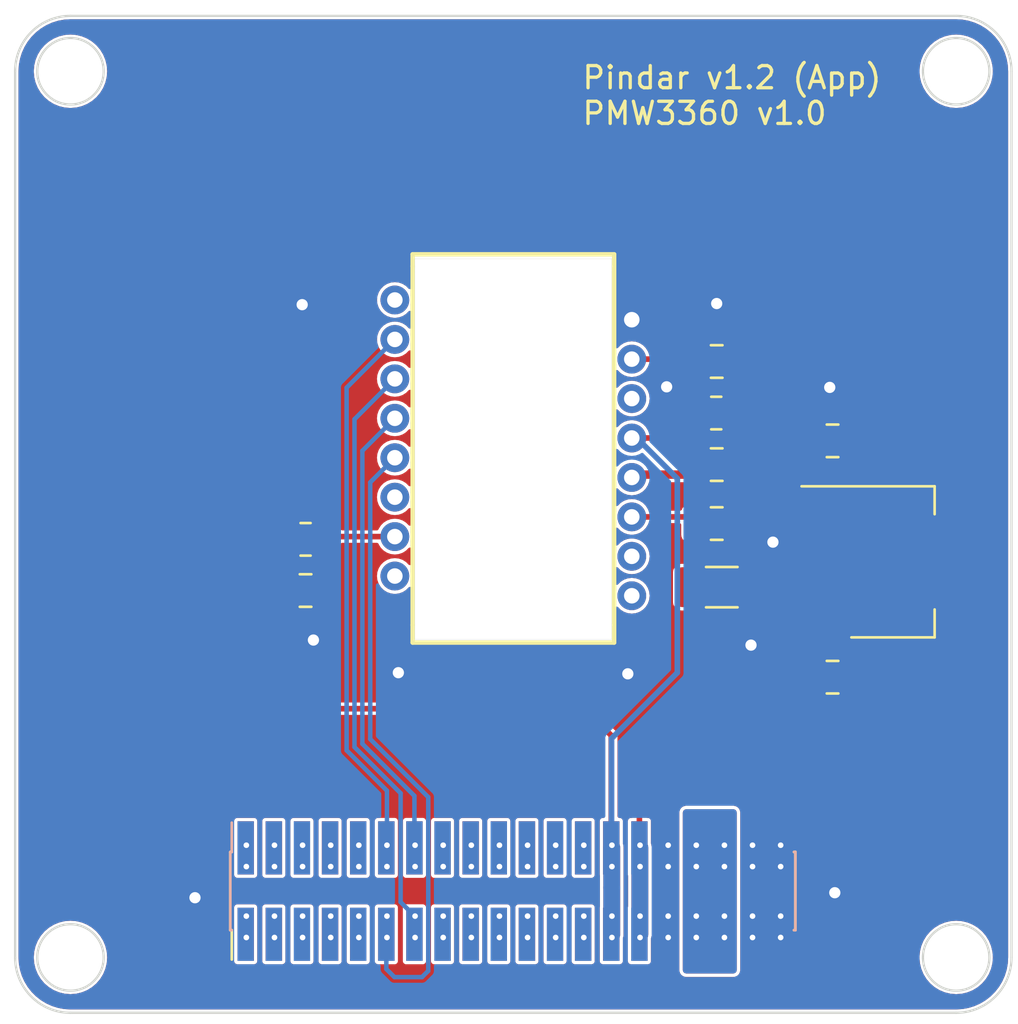
<source format=kicad_pcb>
(kicad_pcb (version 20221018) (generator pcbnew)
  (title_block (date "2023-06-14"))
  (layers (0 "F.Cu" signal) (31 "B.Cu" signal) (34 "B.Paste" user) (35 "F.Paste" user) (36 "B.SilkS" user "B.Silkscreen") (37 "F.SilkS" user "F.Silkscreen") (38 "B.Mask" user) (39 "F.Mask" user) (44 "Edge.Cuts" user))
  (net 0 "")
  (net 1 "+3.3V")
  (net 2 "+5V")
  (net 3 "/SPI_CS")
  (net 4 "/SPI_CLK")
  (net 5 "/SPI_MOSI")
  (net 6 "/SPI_MISO")
  (net 7 "/I2C_CLK")
  (net 8 "Net-(U1-~{RESET})")
  (net 9 "/UART1_Rx")
  (net 10 "/UART1_Tx")
  (net 11 "/UART2_Rx")
  (net 12 "/UART2_Tx")
  (net 13 "/GPIO_1")
  (net 14 "/GPIO_2")
  (net 15 "/GPIO_3")
  (net 16 "/ADC_1")
  (net 17 "/ADC_3")
  (net 18 "/ADC_4")
  (net 19 "/GPIO_4")
  (net 20 "/GPIO_5")
  (net 21 "/ADC_2")
  (net 22 "/I2C_SDA")
  (net 23 "/GPIO_6")
  (net 24 "/GPIO_7")
  (net 25 "/GPIO_8")
  (net 26 "/GPIO_9")
  (net 27 "/GPIO_10")
  (net 28 "GND")
  (net 29 "/+BATT")
  (net 30 "/GPIO_11")
  (net 31 "Net-(U1-VDDPIX)")
  (net 32 "+1V8")
  (net 33 "/LED")
  (net 34 "/GPIO_12")
  (footprint "Capacitor_SMD:C_0805_2012Metric" (layer "F.Cu") (at 87.637 62.5708)
    (fp_text reference "C5" hide)
    (fp_text value "0.1uF")
    (fp_line (start -0.261252 -0.735) (end 0.261252 -0.735) (stroke (width 0.12)) (layer "F.SilkS"))
    (fp_line (start -0.261252 0.735) (end 0.261252 0.735) (stroke (width 0.12)) (layer "F.SilkS"))
    (pad "1" smd roundrect (at -0.95 0) (size 1 1.45) (layers "F.Cu" "F.Paste" "F.Mask") (net 2 "+5V"))
    (pad "2" smd roundrect (at 0.95 0) (size 1 1.45) (layers "F.Cu" "F.Paste" "F.Mask") (net 28 "GND"))
  )
  (footprint "Capacitor_SMD:C_0805_2012Metric" (layer "F.Cu") (at 82.4046 48.3214 180)
    (fp_text reference "C2" hide)
    (fp_text value "0.1uF")
    (fp_line (start -0.261252 -0.735) (end 0.261252 -0.735) (stroke (width 0.12)) (layer "F.SilkS"))
    (fp_line (start -0.261252 0.735) (end 0.261252 0.735) (stroke (width 0.12)) (layer "F.SilkS"))
    (pad "1" smd roundrect (at -0.95 0 180) (size 1 1.45) (layers "F.Cu" "F.Paste" "F.Mask") (net 28 "GND"))
    (pad "2" smd roundrect (at 0.95 0 180) (size 1 1.45) (layers "F.Cu" "F.Paste" "F.Mask") (net 8 "Net-(U1-~{RESET})"))
  )
  (footprint "Capacitor_SMD:C_0805_2012Metric" (layer "F.Cu") (at 63.8372 58.6592)
    (fp_text reference "C4" hide)
    (fp_text value "0.1uF")
    (fp_line (start -0.261252 -0.735) (end 0.261252 -0.735) (stroke (width 0.12)) (layer "F.SilkS"))
    (fp_line (start -0.261252 0.735) (end 0.261252 0.735) (stroke (width 0.12)) (layer "F.SilkS"))
    (pad "1" smd roundrect (at -0.95 0) (size 1 1.45) (layers "F.Cu" "F.Paste" "F.Mask") (net 1 "+3.3V"))
    (pad "2" smd roundrect (at 0.95 0) (size 1 1.45) (layers "F.Cu" "F.Paste" "F.Mask") (net 28 "GND"))
  )
  (footprint "Capacitor_SMD:C_0805_2012Metric" (layer "F.Cu") (at 82.4046 52.975)
    (fp_text reference "C3" hide)
    (fp_text value "0.1uF")
    (fp_line (start -0.261252 -0.735) (end 0.261252 -0.735) (stroke (width 0.12)) (layer "F.SilkS"))
    (fp_line (start -0.261252 0.735) (end 0.261252 0.735) (stroke (width 0.12)) (layer "F.SilkS"))
    (pad "1" smd roundrect (at -0.95 0) (size 1 1.45) (layers "F.Cu" "F.Paste" "F.Mask") (net 32 "+1V8"))
    (pad "2" smd roundrect (at 0.95 0) (size 1 1.45) (layers "F.Cu" "F.Paste" "F.Mask") (net 28 "GND"))
  )
  (footprint "Capacitor_SMD:C_0805_2012Metric" (layer "F.Cu") (at 87.637 51.9028 180)
    (fp_text reference "C6" hide)
    (fp_text value "0.1uF")
    (fp_line (start -0.261252 -0.735) (end 0.261252 -0.735) (stroke (width 0.12)) (layer "F.SilkS"))
    (fp_line (start -0.261252 0.735) (end 0.261252 0.735) (stroke (width 0.12)) (layer "F.SilkS"))
    (pad "1" smd roundrect (at -0.95 0 180) (size 1 1.45) (layers "F.Cu" "F.Paste" "F.Mask") (net 32 "+1V8"))
    (pad "2" smd roundrect (at 0.95 0 180) (size 1 1.45) (layers "F.Cu" "F.Paste" "F.Mask") (net 28 "GND"))
  )
  (footprint "Capacitor_SMD:C_0805_2012Metric" (layer "F.Cu") (at 82.4046 55.6366)
    (fp_text reference "C1" hide)
    (fp_text value "0.1uF")
    (fp_line (start -0.261252 -0.735) (end 0.261252 -0.735) (stroke (width 0.12)) (layer "F.SilkS"))
    (fp_line (start -0.261252 0.735) (end 0.261252 0.735) (stroke (width 0.12)) (layer "F.SilkS"))
    (pad "1" smd roundrect (at -0.95 0) (size 1 1.45) (layers "F.Cu" "F.Paste" "F.Mask") (net 31 "Net-(U1-VDDPIX)"))
    (pad "2" smd roundrect (at 0.95 0) (size 1 1.45) (layers "F.Cu" "F.Paste" "F.Mask") (net 28 "GND"))
  )
  (footprint "Resistor_SMD:R_0805_2012Metric" (layer "F.Cu") (at 63.8391 56.3478)
    (fp_text reference "R3" hide)
    (fp_text value "10k")
    (fp_line (start -0.227064 -0.735) (end 0.227064 -0.735) (stroke (width 0.12)) (layer "F.SilkS"))
    (fp_line (start -0.227064 0.735) (end 0.227064 0.735) (stroke (width 0.12)) (layer "F.SilkS"))
    (pad "1" smd roundrect (at -0.9125 0) (size 1.025 1.4) (layers "F.Cu" "F.Paste" "F.Mask") (roundrect_rratio 0.243902439) (net 1 "+3.3V"))
    (pad "2" smd roundrect (at 0.9125 0) (size 1.025 1.4) (layers "F.Cu" "F.Paste" "F.Mask") (roundrect_rratio 0.243902439) (net 33 "/LED"))
  )
  (footprint "PMW3360:PMW3360DM" (layer "F.Cu") (at 73.22 52.22 180)
    (fp_text reference "U1" hide)
    (fp_text value "PMW3360DM-T2QU" hide)
    (fp_line (start -4.5534 -8.7884) (end -4.5534 -7.9984) (stroke (width 0.2)) (layer "F.SilkS"))
    (fp_line (start -4.5534 -7.9984) (end -4.5534 8.2016) (stroke (width 0.2)) (layer "F.SilkS"))
    (fp_line (start -4.5534 8.2016) (end -4.5534 8.7376) (stroke (width 0.2)) (layer "F.SilkS"))
    (fp_line (start -4.5534 8.7376) (end 4.5466 8.7376) (stroke (width 0.2)) (layer "F.SilkS"))
    (fp_line (start 4.5466 -8.7884) (end -4.5534 -8.7884) (stroke (width 0.2)) (layer "F.SilkS"))
    (fp_line (start 4.5466 -8.7884) (end 4.5466 -7.9984) (stroke (width 0.2)) (layer "F.SilkS"))
    (fp_line (start 4.5466 8.2016) (end 4.5466 -7.9984) (stroke (width 0.2)) (layer "F.SilkS"))
    (fp_line (start 4.5466 8.2016) (end 4.5466 8.7376) (stroke (width 0.2)) (layer "F.SilkS"))
    (fp_line (start -4.445 -8.636) (end -4.445 -8.382) (stroke (width 0.01)) (layer "Edge.Cuts"))
    (fp_line (start -4.445 -8.636) (end 4.445 -8.636) (stroke (width 0.01)) (layer "Edge.Cuts"))
    (fp_line (start -4.445 -8.382) (end -4.445 -7.9375) (stroke (width 0.01)) (layer "Edge.Cuts"))
    (fp_line (start -4.445 7.9375) (end -4.445 -7.9375) (stroke (width 0.01)) (layer "Edge.Cuts"))
    (fp_line (start -4.445 8.5344) (end -4.445 7.9375) (stroke (width 0.01)) (layer "Edge.Cuts"))
    (fp_line (start 4.445 -8.636) (end 4.445 -8.382) (stroke (width 0.01)) (layer "Edge.Cuts"))
    (fp_line (start 4.445 -8.382) (end 4.445 -7.9375) (stroke (width 0.01)) (layer "Edge.Cuts"))
    (fp_line (start 4.445 -7.9375) (end 4.445 7.9375) (stroke (width 0.01)) (layer "Edge.Cuts"))
    (fp_line (start 4.445 7.9375) (end 4.445 8.5344) (stroke (width 0.01)) (layer "Edge.Cuts"))
    (fp_line (start 4.445 8.5344) (end -4.445 8.5344) (stroke (width 0.01)) (layer "Edge.Cuts"))
    (pad "1" thru_hole circle (at -5.35 -6.675 180) (size 1.3 1.3) (drill 0.7) (layers "*.Cu" "*.Mask"))
    (pad "2" thru_hole circle (at -5.35 -4.895 180) (size 1.3 1.3) (drill 0.7) (layers "*.Cu" "*.Mask"))
    (pad "3" thru_hole circle (at -5.35 -3.115 180) (size 1.3 1.3) (drill 0.7) (layers "*.Cu" "*.Mask") (net 31 "Net-(U1-VDDPIX)"))
    (pad "4" thru_hole circle (at -5.35 -1.335 180) (size 1.3 1.3) (drill 0.7) (layers "*.Cu" "*.Mask") (net 32 "+1V8"))
    (pad "5" thru_hole circle (at -5.35 0.445 180) (size 1.3 1.3) (drill 0.7) (layers "*.Cu" "*.Mask") (net 1 "+3.3V"))
    (pad "6" thru_hole circle (at -5.35 2.225 180) (size 1.3 1.3) (drill 0.7) (layers "*.Cu" "*.Mask"))
    (pad "7" thru_hole circle (at -5.35 4.005 180) (size 1.3 1.3) (drill 0.7) (layers "*.Cu" "*.Mask") (net 8 "Net-(U1-~{RESET})"))
    (pad "8" thru_hole circle (at -5.35 5.785 180) (size 1.3 1.3) (drill 0.7) (layers "*.Cu" "*.Mask") (net 28 "GND"))
    (pad "9" thru_hole circle (at 5.35 6.675 180) (size 1.3 1.3) (drill 0.7) (layers "*.Cu" "*.Mask"))
    (pad "10" thru_hole circle (at 5.35 4.895 180) (size 1.3 1.3) (drill 0.7) (layers "*.Cu" "*.Mask") (net 4 "/SPI_CLK"))
    (pad "11" thru_hole circle (at 5.35 3.115 180) (size 1.3 1.3) (drill 0.7) (layers "*.Cu" "*.Mask") (net 5 "/SPI_MOSI"))
    (pad "12" thru_hole circle (at 5.35 1.335 180) (size 1.3 1.3) (drill 0.7) (layers "*.Cu" "*.Mask") (net 6 "/SPI_MISO"))
    (pad "13" thru_hole circle (at 5.35 -0.445 180) (size 1.3 1.3) (drill 0.7) (layers "*.Cu" "*.Mask") (net 3 "/SPI_CS"))
    (pad "14" thru_hole circle (at 5.35 -2.225 180) (size 1.3 1.3) (drill 0.7) (layers "*.Cu" "*.Mask"))
    (pad "15" thru_hole circle (at 5.35 -4.005 180) (size 1.3 1.3) (drill 0.7) (layers "*.Cu" "*.Mask") (net 33 "/LED"))
    (pad "16" thru_hole circle (at 5.35 -5.785 180) (size 1.3 1.3) (drill 0.7) (layers "*.Cu" "*.Mask"))
    (zone (net 0) (net_name "") (layer "F.Cu") (connect_pads (clearance 0)) (min_thickness 0.127)
      (keepout (tracks not_allowed) (vias not_allowed) (pads not_allowed) (copperpour not_allowed) (footprints allowed))
      (fill (thermal_gap 0.508) (thermal_bridge_width 0.508))
      (polygon (pts (xy 77.665 60.1575) (xy 68.775 60.1575) (xy 68.775 44.2825) (xy 77.665 44.2825)))
    )
    (zone (net 0) (net_name "") (layer "B.Cu") (connect_pads (clearance 0)) (min_thickness 0.127)
      (keepout (tracks not_allowed) (vias not_allowed) (pads not_allowed) (copperpour not_allowed) (footprints allowed))
      (fill (thermal_gap 0.508) (thermal_bridge_width 0.508))
      (polygon (pts (xy 77.665 60.1575) (xy 68.775 60.1575) (xy 68.775 44.2825) (xy 77.665 44.2825)))
    )
  )
  (footprint "Connector_PinHeader_1.27mm:PinHeader_2x20_P1.27mm_Vertical_SMD" (layer "F.Cu") (at 73.1996 72.2256 90)
    (fp_text reference "J1" hide)
    (fp_text value "TOP")
    (fp_line (start -3.09 -12.695) (end -1.765 -12.695) (stroke (width 0.12)) (layer "F.SilkS"))
    (fp_line (start -1.765 -12.76) (end -1.765 -12.695) (stroke (width 0.12)) (layer "F.SilkS"))
    (fp_line (start -1.765 -12.76) (end 1.765 -12.76) (stroke (width 0.12)) (layer "F.SilkS"))
    (fp_line (start -1.765 12.695) (end -1.765 12.76) (stroke (width 0.12)) (layer "F.SilkS"))
    (fp_line (start -1.765 12.76) (end 1.765 12.76) (stroke (width 0.12)) (layer "F.SilkS"))
    (fp_line (start 1.765 -12.76) (end 1.765 -12.695) (stroke (width 0.12)) (layer "F.SilkS"))
    (fp_line (start 1.765 12.695) (end 1.765 12.76) (stroke (width 0.12)) (layer "F.SilkS"))
    (pad "1" smd rect (at -1.95 -12.065 90) (size 2.4 0.74) (layers "F.Cu" "F.Paste" "F.Mask") (net 16 "/ADC_1"))
    (pad "2" smd rect (at 1.95 -12.065 90) (size 2.4 0.74) (layers "F.Cu" "F.Paste" "F.Mask") (net 21 "/ADC_2"))
    (pad "3" smd rect (at -1.95 -10.795 90) (size 2.4 0.74) (layers "F.Cu" "F.Paste" "F.Mask") (net 17 "/ADC_3"))
    (pad "4" smd rect (at 1.95 -10.795 90) (size 2.4 0.74) (layers "F.Cu" "F.Paste" "F.Mask") (net 18 "/ADC_4"))
    (pad "5" smd rect (at -1.95 -9.525 90) (size 2.4 0.74) (layers "F.Cu" "F.Paste" "F.Mask") (net 9 "/UART1_Rx"))
    (pad "6" smd rect (at 1.95 -9.525 90) (size 2.4 0.74) (layers "F.Cu" "F.Paste" "F.Mask") (net 10 "/UART1_Tx"))
    (pad "7" smd rect (at -1.95 -8.255 90) (size 2.4 0.74) (layers "F.Cu" "F.Paste" "F.Mask") (net 11 "/UART2_Rx"))
    (pad "8" smd rect (at 1.95 -8.255 90) (size 2.4 0.74) (layers "F.Cu" "F.Paste" "F.Mask") (net 12 "/UART2_Tx"))
    (pad "9" smd rect (at -1.95 -6.985 90) (size 2.4 0.74) (layers "F.Cu" "F.Paste" "F.Mask") (net 22 "/I2C_SDA"))
    (pad "10" smd rect (at 1.95 -6.985 90) (size 2.4 0.74) (layers "F.Cu" "F.Paste" "F.Mask") (net 7 "/I2C_CLK"))
    (pad "11" smd rect (at -1.95 -5.715 90) (size 2.4 0.74) (layers "F.Cu" "F.Paste" "F.Mask") (net 3 "/SPI_CS"))
    (pad "12" smd rect (at 1.95 -5.715 90) (size 2.4 0.74) (layers "F.Cu" "F.Paste" "F.Mask") (net 4 "/SPI_CLK"))
    (pad "13" smd rect (at -1.95 -4.445 90) (size 2.4 0.74) (layers "F.Cu" "F.Paste" "F.Mask") (net 5 "/SPI_MOSI"))
    (pad "14" smd rect (at 1.95 -4.445 90) (size 2.4 0.74) (layers "F.Cu" "F.Paste" "F.Mask") (net 6 "/SPI_MISO"))
    (pad "15" smd rect (at -1.95 -3.175 90) (size 2.4 0.74) (layers "F.Cu" "F.Paste" "F.Mask") (net 13 "/GPIO_1"))
    (pad "16" smd rect (at 1.95 -3.175 90) (size 2.4 0.74) (layers "F.Cu" "F.Paste" "F.Mask") (net 14 "/GPIO_2"))
    (pad "17" smd rect (at -1.95 -1.905 90) (size 2.4 0.74) (layers "F.Cu" "F.Paste" "F.Mask") (net 15 "/GPIO_3"))
    (pad "18" smd rect (at 1.95 -1.905 90) (size 2.4 0.74) (layers "F.Cu" "F.Paste" "F.Mask") (net 19 "/GPIO_4"))
    (pad "19" smd rect (at -1.95 -0.635 90) (size 2.4 0.74) (layers "F.Cu" "F.Paste" "F.Mask") (net 20 "/GPIO_5"))
    (pad "20" smd rect (at 1.95 -0.635 90) (size 2.4 0.74) (layers "F.Cu" "F.Paste" "F.Mask") (net 23 "/GPIO_6"))
    (pad "21" smd rect (at -1.95 0.635 90) (size 2.4 0.74) (layers "F.Cu" "F.Paste" "F.Mask") (net 24 "/GPIO_7"))
    (pad "22" smd rect (at 1.95 0.635 90) (size 2.4 0.74) (layers "F.Cu" "F.Paste" "F.Mask") (net 25 "/GPIO_8"))
    (pad "23" smd rect (at -1.95 1.905 90) (size 2.4 0.74) (layers "F.Cu" "F.Paste" "F.Mask") (net 26 "/GPIO_9"))
    (pad "24" smd rect (at 1.95 1.905 90) (size 2.4 0.74) (layers "F.Cu" "F.Paste" "F.Mask") (net 27 "/GPIO_10"))
    (pad "25" smd rect (at -1.95 3.175 90) (size 2.4 0.74) (layers "F.Cu" "F.Paste" "F.Mask") (net 30 "/GPIO_11"))
    (pad "26" smd rect (at 1.95 3.175 90) (size 2.4 0.74) (layers "F.Cu" "F.Paste" "F.Mask") (net 34 "/GPIO_12"))
    (pad "27" smd rect (at -1.95 4.445 90) (size 2.4 0.74) (layers "F.Cu" "F.Paste" "F.Mask") (net 1 "+3.3V"))
    (pad "28" smd rect (at 1.95 4.445 90) (size 2.4 0.74) (layers "F.Cu" "F.Paste" "F.Mask") (net 1 "+3.3V"))
    (pad "29" smd rect (at -1.95 5.715 90) (size 2.4 0.74) (layers "F.Cu" "F.Paste" "F.Mask") (net 2 "+5V"))
    (pad "30" smd rect (at 1.95 5.715 90) (size 2.4 0.74) (layers "F.Cu" "F.Paste" "F.Mask") (net 2 "+5V"))
    (pad "31" smd rect (at -1.95 6.985 90) (size 2.4 0.74) (layers "F.Cu" "F.Paste" "F.Mask") (net 28 "GND"))
    (pad "32" smd rect (at 1.95 6.985 90) (size 2.4 0.74) (layers "F.Cu" "F.Paste" "F.Mask") (net 28 "GND"))
    (pad "33" smd rect (at -1.95 8.255 90) (size 2.4 0.74) (layers "F.Cu" "F.Paste" "F.Mask") (net 29 "/+BATT"))
    (pad "34" smd rect (at 1.95 8.255 90) (size 2.4 0.74) (layers "F.Cu" "F.Paste" "F.Mask") (net 29 "/+BATT"))
    (pad "35" smd rect (at -1.95 9.525 90) (size 2.4 0.74) (layers "F.Cu" "F.Paste" "F.Mask") (net 29 "/+BATT"))
    (pad "36" smd rect (at 1.95 9.525 90) (size 2.4 0.74) (layers "F.Cu" "F.Paste" "F.Mask") (net 29 "/+BATT"))
    (pad "37" smd rect (at -1.95 10.795 90) (size 2.4 0.74) (layers "F.Cu" "F.Paste" "F.Mask") (net 28 "GND"))
    (pad "38" smd rect (at 1.95 10.795 90) (size 2.4 0.74) (layers "F.Cu" "F.Paste" "F.Mask") (net 28 "GND"))
    (pad "39" smd rect (at -1.95 12.065 90) (size 2.4 0.74) (layers "F.Cu" "F.Paste" "F.Mask") (net 28 "GND"))
    (pad "40" smd rect (at 1.95 12.065 90) (size 2.4 0.74) (layers "F.Cu" "F.Paste" "F.Mask") (net 28 "GND"))
  )
  (footprint "Resistor_SMD:R_0805_2012Metric" (layer "F.Cu") (at 82.3846 50.6482)
    (fp_text reference "R1" hide)
    (fp_text value "10k")
    (fp_line (start -0.227064 -0.735) (end 0.227064 -0.735) (stroke (width 0.12)) (layer "F.SilkS"))
    (fp_line (start -0.227064 0.735) (end 0.227064 0.735) (stroke (width 0.12)) (layer "F.SilkS"))
    (pad "1" smd roundrect (at -0.9125 0) (size 1.025 1.4) (layers "F.Cu" "F.Paste" "F.Mask") (roundrect_rratio 0.243902439) (net 8 "Net-(U1-~{RESET})"))
    (pad "2" smd roundrect (at 0.9125 0) (size 1.025 1.4) (layers "F.Cu" "F.Paste" "F.Mask") (roundrect_rratio 0.243902439) (net 1 "+3.3V"))
  )
  (footprint "Package_TO_SOT_SMD:SOT-223-3_TabPin2" (layer "F.Cu") (at 90.337 57.3638)
    (fp_text reference "U2" hide)
    (fp_text value "AMS1117-1.8")
    (fp_line (start -4.1 -3.41) (end 1.91 -3.41) (stroke (width 0.12)) (layer "F.SilkS"))
    (fp_line (start -1.85 3.41) (end 1.91 3.41) (stroke (width 0.12)) (layer "F.SilkS"))
    (fp_line (start 1.91 -3.41) (end 1.91 -2.15) (stroke (width 0.12)) (layer "F.SilkS"))
    (fp_line (start 1.91 3.41) (end 1.91 2.15) (stroke (width 0.12)) (layer "F.SilkS"))
    (pad "1" smd rect (at -3.15 -2.3) (size 2 1.5) (layers "F.Cu" "F.Paste" "F.Mask") (net 28 "GND"))
    (pad "2" smd rect (at -3.15 0) (size 2 1.5) (layers "F.Cu" "F.Paste" "F.Mask") (net 32 "+1V8"))
    (pad "2" smd rect (at 3.15 0) (size 2 3.8) (layers "F.Cu" "F.Paste" "F.Mask") (net 32 "+1V8"))
    (pad "3" smd rect (at -3.15 2.3) (size 2 1.5) (layers "F.Cu" "F.Paste" "F.Mask") (net 2 "+5V"))
  )
  (footprint "Capacitor_SMD:C_1206_3216Metric" (layer "F.Cu") (at 82.635 58.5068)
    (fp_text reference "C7" hide)
    (fp_text value "4.7uF")
    (fp_line (start -0.711252 -0.91) (end 0.711252 -0.91) (stroke (width 0.12)) (layer "F.SilkS"))
    (fp_line (start -0.711252 0.91) (end 0.711252 0.91) (stroke (width 0.12)) (layer "F.SilkS"))
    (pad "1" smd roundrect (at -1.475 0) (size 1.15 1.8) (layers "F.Cu" "F.Paste" "F.Mask") (roundrect_rratio 0.2173913043) (net 31 "Net-(U1-VDDPIX)"))
    (pad "2" smd roundrect (at 1.475 0) (size 1.15 1.8) (layers "F.Cu" "F.Paste" "F.Mask") (roundrect_rratio 0.2173913043) (net 28 "GND"))
  )
  (footprint "Connector_PinHeader_1.27mm:PinHeader_2x20_P1.27mm_Vertical_SMD" (layer "B.Cu") (at 73.1996 72.2256 -90)
    (fp_text reference "J2" hide)
    (fp_text value "BUTTOM")
    (fp_line (start -3.09 12.695) (end -1.765 12.695) (stroke (width 0.12)) (layer "B.SilkS"))
    (fp_line (start -1.765 -12.76) (end 1.765 -12.76) (stroke (width 0.12)) (layer "B.SilkS"))
    (fp_line (start -1.765 -12.695) (end -1.765 -12.76) (stroke (width 0.12)) (layer "B.SilkS"))
    (fp_line (start -1.765 12.76) (end -1.765 12.695) (stroke (width 0.12)) (layer "B.SilkS"))
    (fp_line (start -1.765 12.76) (end 1.765 12.76) (stroke (width 0.12)) (layer "B.SilkS"))
    (fp_line (start 1.765 -12.695) (end 1.765 -12.76) (stroke (width 0.12)) (layer "B.SilkS"))
    (fp_line (start 1.765 12.76) (end 1.765 12.695) (stroke (width 0.12)) (layer "B.SilkS"))
    (pad "1" smd rect (at -1.95 12.065 270) (size 2.4 0.74) (layers "B.Cu" "B.Paste" "B.Mask") (net 21 "/ADC_2"))
    (pad "2" smd rect (at 1.95 12.065 270) (size 2.4 0.74) (layers "B.Cu" "B.Paste" "B.Mask") (net 16 "/ADC_1"))
    (pad "3" smd rect (at -1.95 10.795 270) (size 2.4 0.74) (layers "B.Cu" "B.Paste" "B.Mask") (net 18 "/ADC_4"))
    (pad "4" smd rect (at 1.95 10.795 270) (size 2.4 0.74) (layers "B.Cu" "B.Paste" "B.Mask") (net 17 "/ADC_3"))
    (pad "5" smd rect (at -1.95 9.525 270) (size 2.4 0.74) (layers "B.Cu" "B.Paste" "B.Mask") (net 10 "/UART1_Tx"))
    (pad "6" smd rect (at 1.95 9.525 270) (size 2.4 0.74) (layers "B.Cu" "B.Paste" "B.Mask") (net 9 "/UART1_Rx"))
    (pad "7" smd rect (at -1.95 8.255 270) (size 2.4 0.74) (layers "B.Cu" "B.Paste" "B.Mask") (net 12 "/UART2_Tx"))
    (pad "8" smd rect (at 1.95 8.255 270) (size 2.4 0.74) (layers "B.Cu" "B.Paste" "B.Mask") (net 11 "/UART2_Rx"))
    (pad "9" smd rect (at -1.95 6.985 270) (size 2.4 0.74) (layers "B.Cu" "B.Paste" "B.Mask") (net 7 "/I2C_CLK"))
    (pad "10" smd rect (at 1.95 6.985 270) (size 2.4 0.74) (layers "B.Cu" "B.Paste" "B.Mask") (net 22 "/I2C_SDA"))
    (pad "11" smd rect (at -1.95 5.715 270) (size 2.4 0.74) (layers "B.Cu" "B.Paste" "B.Mask") (net 4 "/SPI_CLK"))
    (pad "12" smd rect (at 1.95 5.715 270) (size 2.4 0.74) (layers "B.Cu" "B.Paste" "B.Mask") (net 3 "/SPI_CS"))
    (pad "13" smd rect (at -1.95 4.445 270) (size 2.4 0.74) (layers "B.Cu" "B.Paste" "B.Mask") (net 6 "/SPI_MISO"))
    (pad "14" smd rect (at 1.95 4.445 270) (size 2.4 0.74) (layers "B.Cu" "B.Paste" "B.Mask") (net 5 "/SPI_MOSI"))
    (pad "15" smd rect (at -1.95 3.175 270) (size 2.4 0.74) (layers "B.Cu" "B.Paste" "B.Mask") (net 14 "/GPIO_2"))
    (pad "16" smd rect (at 1.95 3.175 270) (size 2.4 0.74) (layers "B.Cu" "B.Paste" "B.Mask") (net 13 "/GPIO_1"))
    (pad "17" smd rect (at -1.95 1.905 270) (size 2.4 0.74) (layers "B.Cu" "B.Paste" "B.Mask") (net 19 "/GPIO_4"))
    (pad "18" smd rect (at 1.95 1.905 270) (size 2.4 0.74) (layers "B.Cu" "B.Paste" "B.Mask") (net 15 "/GPIO_3"))
    (pad "19" smd rect (at -1.95 0.635 270) (size 2.4 0.74) (layers "B.Cu" "B.Paste" "B.Mask") (net 23 "/GPIO_6"))
    (pad "20" smd rect (at 1.95 0.635 270) (size 2.4 0.74) (layers "B.Cu" "B.Paste" "B.Mask") (net 20 "/GPIO_5"))
    (pad "21" smd rect (at -1.95 -0.635 270) (size 2.4 0.74) (layers "B.Cu" "B.Paste" "B.Mask") (net 25 "/GPIO_8"))
    (pad "22" smd rect (at 1.95 -0.635 270) (size 2.4 0.74) (layers "B.Cu" "B.Paste" "B.Mask") (net 24 "/GPIO_7"))
    (pad "23" smd rect (at -1.95 -1.905 270) (size 2.4 0.74) (layers "B.Cu" "B.Paste" "B.Mask") (net 27 "/GPIO_10"))
    (pad "24" smd rect (at 1.95 -1.905 270) (size 2.4 0.74) (layers "B.Cu" "B.Paste" "B.Mask") (net 26 "/GPIO_9"))
    (pad "25" smd rect (at -1.95 -3.175 270) (size 2.4 0.74) (layers "B.Cu" "B.Paste" "B.Mask") (net 34 "/GPIO_12"))
    (pad "26" smd rect (at 1.95 -3.175 270) (size 2.4 0.74) (layers "B.Cu" "B.Paste" "B.Mask") (net 30 "/GPIO_11"))
    (pad "27" smd rect (at -1.95 -4.445 270) (size 2.4 0.74) (layers "B.Cu" "B.Paste" "B.Mask") (net 1 "+3.3V"))
    (pad "28" smd rect (at 1.95 -4.445 270) (size 2.4 0.74) (layers "B.Cu" "B.Paste" "B.Mask") (net 1 "+3.3V"))
    (pad "29" smd rect (at -1.95 -5.715 270) (size 2.4 0.74) (layers "B.Cu" "B.Paste" "B.Mask") (net 2 "+5V"))
    (pad "30" smd rect (at 1.95 -5.715 270) (size 2.4 0.74) (layers "B.Cu" "B.Paste" "B.Mask") (net 2 "+5V"))
    (pad "31" smd rect (at -1.95 -6.985 270) (size 2.4 0.74) (layers "B.Cu" "B.Paste" "B.Mask") (net 28 "GND"))
    (pad "32" smd rect (at 1.95 -6.985 270) (size 2.4 0.74) (layers "B.Cu" "B.Paste" "B.Mask") (net 28 "GND"))
    (pad "33" smd rect (at -1.95 -8.255 270) (size 2.4 0.74) (layers "B.Cu" "B.Paste" "B.Mask") (net 29 "/+BATT"))
    (pad "34" smd rect (at 1.95 -8.255 270) (size 2.4 0.74) (layers "B.Cu" "B.Paste" "B.Mask") (net 29 "/+BATT"))
    (pad "35" smd rect (at -1.95 -9.525 270) (size 2.4 0.74) (layers "B.Cu" "B.Paste" "B.Mask") (net 29 "/+BATT"))
    (pad "36" smd rect (at 1.95 -9.525 270) (size 2.4 0.74) (layers "B.Cu" "B.Paste" "B.Mask") (net 29 "/+BATT"))
    (pad "37" smd rect (at -1.95 -10.795 270) (size 2.4 0.74) (layers "B.Cu" "B.Paste" "B.Mask") (net 28 "GND"))
    (pad "38" smd rect (at 1.95 -10.795 270) (size 2.4 0.74) (layers "B.Cu" "B.Paste" "B.Mask") (net 28 "GND"))
    (pad "39" smd rect (at -1.95 -12.065 270) (size 2.4 0.74) (layers "B.Cu" "B.Paste" "B.Mask") (net 28 "GND"))
    (pad "40" smd rect (at 1.95 -12.065 270) (size 2.4 0.74) (layers "B.Cu" "B.Paste" "B.Mask") (net 28 "GND"))
  )
  (gr_line locked (start 95.72 75.22) (end 95.72 35.22) (stroke (width 0.1)) (layer "Edge.Cuts"))
  (gr_arc locked (start 50.72 35.22) (mid 51.452233 33.452233) (end 53.22 32.72) (stroke (width 0.1)) (layer "Edge.Cuts"))
  (gr_circle locked (center 93.22 75.22) (end 91.72 75.22) (stroke (width 0.1)) (fill none) (layer "Edge.Cuts"))
  (gr_circle locked (center 53.22 35.22) (end 54.72 35.22) (stroke (width 0.1)) (fill none) (layer "Edge.Cuts"))
  (gr_line locked (start 93.22 32.72) (end 53.22 32.72) (stroke (width 0.1)) (layer "Edge.Cuts"))
  (gr_arc locked (start 93.22 32.72) (mid 94.987767 33.452233) (end 95.72 35.22) (stroke (width 0.1)) (layer "Edge.Cuts"))
  (gr_arc locked (start 95.72 75.22) (mid 94.987767 76.987767) (end 93.22 77.72) (stroke (width 0.1)) (layer "Edge.Cuts"))
  (gr_circle locked (center 93.22 35.22) (end 93.22 36.72) (stroke (width 0.1)) (fill none) (layer "Edge.Cuts"))
  (gr_line locked (start 53.22 77.72) (end 93.22 77.72) (stroke (width 0.1)) (layer "Edge.Cuts"))
  (gr_arc locked (start 53.22 77.72) (mid 51.452233 76.987767) (end 50.72 75.22) (stroke (width 0.1)) (layer "Edge.Cuts"))
  (gr_circle locked (center 53.22 75.22) (end 53.22 73.72) (stroke (width 0.1)) (fill none) (layer "Edge.Cuts"))
  (gr_line locked (start 50.72 35.22) (end 50.72 75.22) (stroke (width 0.1)) (layer "Edge.Cuts"))
  (gr_text "Pindar v1.2 (App)\nPMW3360 v1.0" (at 76.2578 37.7042) (layer "F.SilkS") (effects (font (size 1 1)) (justify left bottom)))
  (segment (start 77.6446 65.2022) (end 77.6446 70.2756) (width 0.254) (layer "F.Cu") (net 1))
  (segment (start 83.2971 51.1627) (end 82.6848 51.775) (width 0.254) (layer "F.Cu") (net 1))
  (segment (start 62.8872 58.6592) (end 62.8872 56.3872) (width 0.381) (layer "F.Cu") (net 1))
  (segment (start 62.8872 58.6592) (end 62.8872 61.7986) (width 0.254) (layer "F.Cu") (net 1))
  (segment (start 76.4356 63.9932) (end 77.6446 65.2022) (width 0.254) (layer "F.Cu") (net 1))
  (segment (start 82.6848 51.775) (end 78.57 51.775) (width 0.254) (layer "F.Cu") (net 1))
  (segment (start 83.2971 50.6482) (end 83.2971 51.1627) (width 0.254) (layer "F.Cu") (net 1))
  (segment (start 62.8872 61.7986) (end 65.0818 63.9932) (width 0.254) (layer "F.Cu") (net 1))
  (segment (start 65.0818 63.9932) (end 76.4356 63.9932) (width 0.254) (layer "F.Cu") (net 1))
  (segment (start 77.665 70.27) (end 77.665 74.17) (width 0.762) (layer "F.Cu") (net 1))
  (via (at 77.6732 74.3204) (size 0.508) (drill 0.254) (layers "F.Cu" "B.Cu") (net 1))
  (via (at 77.6732 71.12) (size 0.508) (drill 0.254) (layers "F.Cu" "B.Cu") (net 1))
  (via (at 77.6732 73.3552) (size 0.508) (drill 0.254) (layers "F.Cu" "B.Cu") (net 1))
  (via (at 77.6732 70.1548) (size 0.508) (drill 0.254) (layers "F.Cu" "B.Cu") (net 1))
  (segment (start 80.6266 62.3676) (end 77.6548 65.3394) (width 0.254) (layer "B.Cu") (net 1))
  (segment (start 78.797 51.775) (end 80.6266 53.6046) (width 0.254) (layer "B.Cu") (net 1))
  (segment (start 77.665 70.27) (end 77.665 72.0704) (width 0.762) (layer "B.Cu") (net 1))
  (segment (start 77.665 72.0704) (end 77.665 74.17) (width 0.762) (layer "B.Cu") (net 1))
  (segment (start 78.57 51.775) (end 78.797 51.775) (width 0.254) (layer "B.Cu") (net 1))
  (segment (start 77.6548 72.0602) (end 77.665 72.0704) (width 0.254) (layer "B.Cu") (net 1))
  (segment (start 80.6266 53.6046) (end 80.6266 62.3676) (width 0.254) (layer "B.Cu") (net 1))
  (segment (start 77.6548 65.3394) (end 77.6548 72.0602) (width 0.254) (layer "B.Cu") (net 1))
  (segment (start 86.621 62.5048) (end 86.687 62.5708) (width 0.254) (layer "F.Cu") (net 2))
  (segment (start 78.935 70.27) (end 78.935 74.17) (width 0.762) (layer "F.Cu") (net 2))
  (segment (start 78.9146 70.2756) (end 78.9146 67.5848) (width 0.254) (layer "F.Cu") (net 2))
  (segment (start 83.9286 62.5708) (end 86.687 62.5708) (width 0.254) (layer "F.Cu") (net 2))
  (segment (start 78.9146 67.5848) (end 83.9286 62.5708) (width 0.254) (layer "F.Cu") (net 2))
  (segment (start 86.621 60.2298) (end 86.621 62.5048) (width 0.254) (layer "F.Cu") (net 2))
  (segment (start 87.187 59.6638) (end 86.621 60.2298) (width 0.254) (layer "F.Cu") (net 2))
  (via (at 78.9432 73.3552) (size 0.508) (drill 0.254) (layers "F.Cu" "B.Cu") (net 2))
  (via (at 78.9432 71.12) (size 0.508) (drill 0.254) (layers "F.Cu" "B.Cu") (net 2))
  (via (at 78.9432 70.1548) (size 0.508) (drill 0.254) (layers "F.Cu" "B.Cu") (net 2))
  (via (at 78.9432 74.3204) (size 0.508) (drill 0.254) (layers "F.Cu" "B.Cu") (net 2))
  (segment (start 78.935 70.27) (end 78.935 74.17) (width 0.762) (layer "B.Cu") (net 2))
  (via (at 67.5132 74.3204) (size 0.508) (drill 0.254) (layers "F.Cu" "B.Cu") (net 3))
  (via (at 67.5132 73.3552) (size 0.508) (drill 0.254) (layers "F.Cu" "B.Cu") (net 3))
  (segment (start 69.3786 67.9852) (end 66.7582 65.3648) (width 0.2032) (layer "B.Cu") (net 3))
  (segment (start 67.4846 74.1756) (end 67.4846 75.7432) (width 0.2032) (layer "B.Cu") (net 3))
  (segment (start 67.8504 76.109) (end 69.095 76.109) (width 0.2032) (layer "B.Cu") (net 3))
  (segment (start 66.7582 65.3648) (end 66.7582 53.7768) (width 0.2032) (layer "B.Cu") (net 3))
  (segment (start 69.3786 75.8254) (end 69.3786 67.9852) (width 0.2032) (layer "B.Cu") (net 3))
  (segment (start 69.095 76.109) (end 69.3786 75.8254) (width 0.2032) (layer "B.Cu") (net 3))
  (segment (start 67.4846 75.7432) (end 67.8504 76.109) (width 0.2032) (layer "B.Cu") (net 3))
  (segment (start 66.7582 53.7768) (end 67.87 52.665) (width 0.2032) (layer "B.Cu") (net 3))
  (via (at 67.5132 71.12) (size 0.508) (drill 0.254) (layers "F.Cu" "B.Cu") (net 4))
  (via (at 67.5132 70.1548) (size 0.508) (drill 0.254) (layers "F.Cu" "B.Cu") (net 4))
  (segment (start 65.6914 49.5036) (end 65.6914 65.8728) (width 0.2032) (layer "B.Cu") (net 4))
  (segment (start 67.87 47.325) (end 65.6914 49.5036) (width 0.2032) (layer "B.Cu") (net 4))
  (segment (start 65.6914 65.8728) (end 67.5132 67.6946) (width 0.2032) (layer "B.Cu") (net 4))
  (segment (start 67.5132 67.6946) (end 67.5132 70.1548) (width 0.2032) (layer "B.Cu") (net 4))
  (via (at 68.7832 73.3552) (size 0.508) (drill 0.254) (layers "F.Cu" "B.Cu") (net 5))
  (via (at 68.7832 74.3204) (size 0.508) (drill 0.254) (layers "F.Cu" "B.Cu") (net 5))
  (segment (start 67.87 49.105) (end 66.047 50.928) (width 0.2032) (layer "B.Cu") (net 5))
  (segment (start 68.7546 73.3456) (end 68.7546 74.1756) (width 0.2032) (layer "B.Cu") (net 5))
  (segment (start 66.047 65.725506) (end 68.1306 67.809106) (width 0.2032) (layer "B.Cu") (net 5))
  (segment (start 68.1306 72.7216) (end 68.7546 73.3456) (width 0.2032) (layer "B.Cu") (net 5))
  (segment (start 68.1306 67.809106) (end 68.1306 72.7216) (width 0.2032) (layer "B.Cu") (net 5))
  (segment (start 66.047 50.928) (end 66.047 65.725506) (width 0.2032) (layer "B.Cu") (net 5))
  (via (at 68.7832 71.12) (size 0.508) (drill 0.254) (layers "F.Cu" "B.Cu") (net 6))
  (via (at 68.7832 70.1548) (size 0.508) (drill 0.254) (layers "F.Cu" "B.Cu") (net 6))
  (segment (start 66.4026 52.3524) (end 66.4026 65.578212) (width 0.2032) (layer "B.Cu") (net 6))
  (segment (start 66.4026 65.578212) (end 68.7546 67.930212) (width 0.2032) (layer "B.Cu") (net 6))
  (segment (start 67.87 50.885) (end 66.4026 52.3524) (width 0.2032) (layer "B.Cu") (net 6))
  (segment (start 68.7546 67.930212) (end 68.7546 70.2756) (width 0.2032) (layer "B.Cu") (net 6))
  (via (at 66.2432 71.12) (size 0.508) (drill 0.254) (layers "F.Cu" "B.Cu") (net 7))
  (via (at 66.2432 70.1548) (size 0.508) (drill 0.254) (layers "F.Cu" "B.Cu") (net 7))
  (segment (start 81.4721 48.3389) (end 81.4546 48.3214) (width 0.254) (layer "F.Cu") (net 8))
  (segment (start 81.3482 48.215) (end 78.57 48.215) (width 0.254) (layer "F.Cu") (net 8))
  (segment (start 81.4721 50.6482) (end 81.4721 48.3389) (width 0.254) (layer "F.Cu") (net 8))
  (segment (start 81.4546 48.3214) (end 81.3482 48.215) (width 0.254) (layer "F.Cu") (net 8))
  (via (at 63.7032 73.3552) (size 0.508) (drill 0.254) (layers "F.Cu" "B.Cu") (net 9))
  (via (at 63.7032 74.3204) (size 0.508) (drill 0.254) (layers "F.Cu" "B.Cu") (net 9))
  (via (at 63.7032 71.12) (size 0.508) (drill 0.254) (layers "F.Cu" "B.Cu") (net 10))
  (via (at 63.7032 70.1548) (size 0.508) (drill 0.254) (layers "F.Cu" "B.Cu") (net 10))
  (via (at 64.9732 74.3204) (size 0.508) (drill 0.254) (layers "F.Cu" "B.Cu") (net 11))
  (via (at 64.9732 73.3552) (size 0.508) (drill 0.254) (layers "F.Cu" "B.Cu") (net 11))
  (via (at 64.9732 71.12) (size 0.508) (drill 0.254) (layers "F.Cu" "B.Cu") (net 12))
  (via (at 64.9732 70.1548) (size 0.508) (drill 0.254) (layers "F.Cu" "B.Cu") (net 12))
  (via (at 70.0532 73.3552) (size 0.508) (drill 0.254) (layers "F.Cu" "B.Cu") (net 13))
  (via (at 70.0532 74.3204) (size 0.508) (drill 0.254) (layers "F.Cu" "B.Cu") (net 13))
  (via (at 70.0532 71.12) (size 0.508) (drill 0.254) (layers "F.Cu" "B.Cu") (net 14))
  (via (at 70.0532 70.1548) (size 0.508) (drill 0.254) (layers "F.Cu" "B.Cu") (net 14))
  (via (at 71.3232 74.3204) (size 0.508) (drill 0.254) (layers "F.Cu" "B.Cu") (net 15))
  (via (at 71.3232 73.3552) (size 0.508) (drill 0.254) (layers "F.Cu" "B.Cu") (net 15))
  (via (at 61.1632 73.3552) (size 0.508) (drill 0.254) (layers "F.Cu" "B.Cu") (net 16))
  (via (at 61.1632 74.3204) (size 0.508) (drill 0.254) (layers "F.Cu" "B.Cu") (net 16))
  (via (at 62.4332 74.3204) (size 0.508) (drill 0.254) (layers "F.Cu" "B.Cu") (net 17))
  (via (at 62.4332 73.3552) (size 0.508) (drill 0.254) (layers "F.Cu" "B.Cu") (net 17))
  (via (at 62.4332 71.12) (size 0.508) (drill 0.254) (layers "F.Cu" "B.Cu") (net 18))
  (via (at 62.4332 70.1548) (size 0.508) (drill 0.254) (layers "F.Cu" "B.Cu") (net 18))
  (via (at 71.3232 71.12) (size 0.508) (drill 0.254) (layers "F.Cu" "B.Cu") (net 19))
  (via (at 71.3232 70.1548) (size 0.508) (drill 0.254) (layers "F.Cu" "B.Cu") (net 19))
  (via (at 72.5932 74.3204) (size 0.508) (drill 0.254) (layers "F.Cu" "B.Cu") (net 20))
  (via (at 72.5932 73.3552) (size 0.508) (drill 0.254) (layers "F.Cu" "B.Cu") (net 20))
  (via (at 61.1632 70.1548) (size 0.508) (drill 0.254) (layers "F.Cu" "B.Cu") (net 21))
  (via (at 61.1632 71.12) (size 0.508) (drill 0.254) (layers "F.Cu" "B.Cu") (net 21))
  (via (at 66.2432 73.3552) (size 0.508) (drill 0.254) (layers "F.Cu" "B.Cu") (net 22))
  (via (at 66.2432 74.3204) (size 0.508) (drill 0.254) (layers "F.Cu" "B.Cu") (net 22))
  (via (at 72.5932 71.12) (size 0.508) (drill 0.254) (layers "F.Cu" "B.Cu") (net 23))
  (via (at 72.5932 70.1548) (size 0.508) (drill 0.254) (layers "F.Cu" "B.Cu") (net 23))
  (via (at 73.8632 74.3204) (size 0.508) (drill 0.254) (layers "F.Cu" "B.Cu") (net 24))
  (via (at 73.8632 73.3552) (size 0.508) (drill 0.254) (layers "F.Cu" "B.Cu") (net 24))
  (via (at 73.8632 71.12) (size 0.508) (drill 0.254) (layers "F.Cu" "B.Cu") (net 25))
  (via (at 73.8632 70.1548) (size 0.508) (drill 0.254) (layers "F.Cu" "B.Cu") (net 25))
  (via (at 75.1332 74.3204) (size 0.508) (drill 0.254) (layers "F.Cu" "B.Cu") (net 26))
  (via (at 75.1332 73.3552) (size 0.508) (drill 0.254) (layers "F.Cu" "B.Cu") (net 26))
  (via (at 75.1332 71.12) (size 0.508) (drill 0.254) (layers "F.Cu" "B.Cu") (net 27))
  (via (at 75.1332 70.1548) (size 0.508) (drill 0.254) (layers "F.Cu" "B.Cu") (net 27))
  (via (at 85.2932 73.3552) (size 0.508) (drill 0.254) (layers "F.Cu" "B.Cu") (net 28))
  (via (at 84.0232 70.1548) (size 0.508) (drill 0.254) (layers "F.Cu" "B.Cu") (net 28))
  (via (at 63.6848 45.756) (size 1.016) (drill 0.508) (layers "F.Cu" "B.Cu") (net 28))
  (via (at 87.51 49.4898) (size 1.016) (drill 0.508) (layers "F.Cu" "B.Cu") (net 28))
  (via (at 87.7386 72.299) (size 1.016) (drill 0.508) (layers "F.Cu" "B.Cu") (net 28))
  (via (at 84.9446 56.4748) (size 1.016) (drill 0.508) (layers "F.Cu" "B.Cu") (net 28))
  (via (at 84.0232 73.3552) (size 0.508) (drill 0.254) (layers "F.Cu" "B.Cu") (net 28))
  (via (at 85.2932 70.1548) (size 0.508) (drill 0.254) (layers "F.Cu" "B.Cu") (net 28))
  (via (at 83.954 61.123) (size 1.016) (drill 0.508) (layers "F.Cu" "B.Cu") (net 28))
  (via (at 78.3914 62.4184) (size 1.016) (drill 0.508) (layers "F.Cu" "B.Cu") (net 28))
  (via (at 58.8436 72.5248) (size 1.016) (drill 0.508) (layers "F.Cu" "B.Cu") (net 28))
  (via (at 85.2932 71.12) (size 0.508) (drill 0.254) (layers "F.Cu" "B.Cu") (net 28))
  (via (at 80.2132 74.3204) (size 0.508) (drill 0.254) (layers "F.Cu" "B.Cu") (net 28))
  (via (at 80.2132 73.3552) (size 0.508) (drill 0.254) (layers "F.Cu" "B.Cu") (net 28))
  (via (at 80.144 49.4644) (size 1.016) (drill 0.508) (layers "F.Cu" "B.Cu") (net 28))
  (via (at 64.1928 60.8944) (size 1.016) (drill 0.508) (layers "F.Cu" "B.Cu") (net 28))
  (via (at 84.0232 71.12) (size 0.508) (drill 0.254) (layers "F.Cu" "B.Cu") (net 28))
  (via (at 80.2132 70.1548) (size 0.508) (drill 0.254) (layers "F.Cu" "B.Cu") (net 28))
  (via (at 82.4046 45.7052) (size 1.016) (drill 0.508) (layers "F.Cu" "B.Cu") (net 28))
  (via (at 68.0282 62.3676) (size 1.016) (drill 0.508) (layers "F.Cu" "B.Cu") (net 28))
  (via (at 85.2932 74.3204) (size 0.508) (drill 0.254) (layers "F.Cu" "B.Cu") (net 28))
  (via (at 80.2132 71.12) (size 0.508) (drill 0.254) (layers "F.Cu" "B.Cu") (net 28))
  (via (at 84.0232 74.3204) (size 0.508) (drill 0.254) (layers "F.Cu" "B.Cu") (net 28))
  (via (at 81.4832 71.12) (size 0.508) (drill 0.254) (layers "F.Cu" "B.Cu") (net 29))
  (via (at 81.4832 74.3204) (size 0.508) (drill 0.254) (layers "F.Cu" "B.Cu") (net 29))
  (via (at 81.4832 73.3552) (size 0.508) (drill 0.254) (layers "F.Cu" "B.Cu") (net 29))
  (via (at 82.7532 74.3204) (size 0.508) (drill 0.254) (layers "F.Cu" "B.Cu") (net 29))
  (via (at 82.7532 70.1548) (size 0.508) (drill 0.254) (layers "F.Cu" "B.Cu") (net 29))
  (via (at 82.7532 71.12) (size 0.508) (drill 0.254) (layers "F.Cu" "B.Cu") (net 29))
  (via (at 81.4832 70.1548) (size 0.508) (drill 0.254) (layers "F.Cu" "B.Cu") (net 29))
  (via (at 82.7532 73.3552) (size 0.508) (drill 0.254) (layers "F.Cu" "B.Cu") (net 29))
  (via (at 76.4032 74.3204) (size 0.508) (drill 0.254) (layers "F.Cu" "B.Cu") (net 30))
  (via (at 76.4032 73.3552) (size 0.508) (drill 0.254) (layers "F.Cu" "B.Cu") (net 30))
  (segment (start 81.4546 58.2122) (end 81.4546 55.6366) (width 0.2032) (layer "F.Cu") (net 31))
  (segment (start 81.4514 55.335) (end 78.57 55.335) (width 0.254) (layer "F.Cu") (net 31))
  (segment (start 81.16 58.5068) (end 81.4546 58.2122) (width 0.2032) (layer "F.Cu") (net 31))
  (segment (start 85.224 53.4014) (end 84.5382 54.0872) (width 0.381) (layer "F.Cu") (net 32))
  (segment (start 88.2974 51.9028) (end 86.7988 53.4014) (width 0.381) (layer "F.Cu") (net 32))
  (segment (start 84.5382 54.0872) (end 82.8364 54.0872) (width 0.381) (layer "F.Cu") (net 32))
  (segment (start 87.3322 57.3638) (end 87.187 57.3638) (width 0.381) (layer "F.Cu") (net 32))
  (segment (start 82.8364 54.0872) (end 81.7242 52.975) (width 0.381) (layer "F.Cu") (net 32))
  (segment (start 78.6982 53.4268) (end 81.0028 53.4268) (width 0.381) (layer "F.Cu") (net 32))
  (segment (start 88.6276 51.9434) (end 88.6276 56.0684) (width 0.381) (layer "F.Cu") (net 32))
  (segment (start 93.487 57.3638) (end 87.187 57.3638) (width 0.381) (layer "F.Cu") (net 32))
  (segment (start 78.57 53.555) (end 78.6982 53.4268) (width 0.381) (layer "F.Cu") (net 32))
  (segment (start 88.587 51.9028) (end 88.2974 51.9028) (width 0.381) (layer "F.Cu") (net 32))
  (segment (start 86.7988 53.4014) (end 85.224 53.4014) (width 0.381) (layer "F.Cu") (net 32))
  (segment (start 81.0028 53.4268) (end 81.4546 52.975) (width 0.381) (layer "F.Cu") (net 32))
  (segment (start 88.587 51.9028) (end 88.6276 51.9434) (width 0.381) (layer "F.Cu") (net 32))
  (segment (start 88.6276 56.0684) (end 87.3322 57.3638) (width 0.381) (layer "F.Cu") (net 32))
  (segment (start 81.7242 52.975) (end 81.4546 52.975) (width 0.381) (layer "F.Cu") (net 32))
  (segment (start 64.7516 56.3478) (end 64.8744 56.225) (width 0.254) (layer "F.Cu") (net 33))
  (segment (start 64.8744 56.225) (end 67.87 56.225) (width 0.254) (layer "F.Cu") (net 33))
  (via (at 76.4032 71.12) (size 0.508) (drill 0.254) (layers "F.Cu" "B.Cu") (net 34))
  (via (at 76.4032 70.1548) (size 0.508) (drill 0.254) (layers "F.Cu" "B.Cu") (net 34))
  (zone (net 29) (net_name "/+BATT") (layers "F&B.Cu") (name "batt") (priority 1) (connect_pads yes (clearance 0.1524)) (min_thickness 0.1524) (fill yes (thermal_gap 0.1524) (thermal_bridge_width 0.1524) (smoothing fillet) (radius 0.1524))
    (polygon (pts (xy 80.8736 68.5292) (xy 80.8736 75.946) (xy 83.312 75.946) (xy 83.312 68.5292)))
  )
  (zone (net 28) (net_name "GND") (layers "F&B.Cu") (name "gnd") (connect_pads yes (clearance 0.1524)) (min_thickness 0.1524) (fill yes (thermal_gap 0.1524) (thermal_bridge_width 0.1524) (smoothing fillet) (radius 0.1524))
    (polygon (pts (xy 50.038 32.004) (xy 96.012 32.004) (xy 96.012 78.232) (xy 50.038 78.232)))
  )
)
</source>
